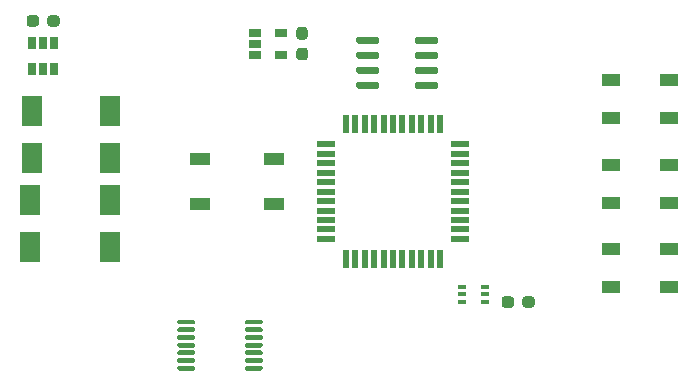
<source format=gbr>
%TF.GenerationSoftware,KiCad,Pcbnew,(5.1.6)-1*%
%TF.CreationDate,2020-09-26T21:02:15-04:00*%
%TF.ProjectId,CellLight,43656c6c-4c69-4676-9874-2e6b69636164,rev?*%
%TF.SameCoordinates,Original*%
%TF.FileFunction,Paste,Top*%
%TF.FilePolarity,Positive*%
%FSLAX46Y46*%
G04 Gerber Fmt 4.6, Leading zero omitted, Abs format (unit mm)*
G04 Created by KiCad (PCBNEW (5.1.6)-1) date 2020-09-26 21:02:15*
%MOMM*%
%LPD*%
G01*
G04 APERTURE LIST*
%ADD10R,0.650000X0.400000*%
%ADD11R,1.060000X0.650000*%
%ADD12R,0.650000X1.060000*%
%ADD13R,1.500000X0.550000*%
%ADD14R,0.550000X1.500000*%
%ADD15R,1.700000X1.000000*%
%ADD16R,1.500000X1.000000*%
%ADD17R,1.800000X2.500000*%
G04 APERTURE END LIST*
D10*
%TO.C,U6*%
X224200000Y-119750000D03*
X224200000Y-121050000D03*
X222300000Y-120400000D03*
X224200000Y-120400000D03*
X222300000Y-121050000D03*
X222300000Y-119750000D03*
%TD*%
D11*
%TO.C,U5*%
X206950000Y-98250000D03*
X206950000Y-100150000D03*
X204750000Y-100150000D03*
X204750000Y-99200000D03*
X204750000Y-98250000D03*
%TD*%
D12*
%TO.C,U4*%
X186800000Y-99100000D03*
X185850000Y-99100000D03*
X187750000Y-99100000D03*
X187750000Y-101300000D03*
X186800000Y-101300000D03*
X185850000Y-101300000D03*
%TD*%
%TO.C,U3*%
G36*
G01*
X218300000Y-99045000D02*
X218300000Y-98745000D01*
G75*
G02*
X218450000Y-98595000I150000J0D01*
G01*
X220100000Y-98595000D01*
G75*
G02*
X220250000Y-98745000I0J-150000D01*
G01*
X220250000Y-99045000D01*
G75*
G02*
X220100000Y-99195000I-150000J0D01*
G01*
X218450000Y-99195000D01*
G75*
G02*
X218300000Y-99045000I0J150000D01*
G01*
G37*
G36*
G01*
X218300000Y-100315000D02*
X218300000Y-100015000D01*
G75*
G02*
X218450000Y-99865000I150000J0D01*
G01*
X220100000Y-99865000D01*
G75*
G02*
X220250000Y-100015000I0J-150000D01*
G01*
X220250000Y-100315000D01*
G75*
G02*
X220100000Y-100465000I-150000J0D01*
G01*
X218450000Y-100465000D01*
G75*
G02*
X218300000Y-100315000I0J150000D01*
G01*
G37*
G36*
G01*
X218300000Y-101585000D02*
X218300000Y-101285000D01*
G75*
G02*
X218450000Y-101135000I150000J0D01*
G01*
X220100000Y-101135000D01*
G75*
G02*
X220250000Y-101285000I0J-150000D01*
G01*
X220250000Y-101585000D01*
G75*
G02*
X220100000Y-101735000I-150000J0D01*
G01*
X218450000Y-101735000D01*
G75*
G02*
X218300000Y-101585000I0J150000D01*
G01*
G37*
G36*
G01*
X218300000Y-102855000D02*
X218300000Y-102555000D01*
G75*
G02*
X218450000Y-102405000I150000J0D01*
G01*
X220100000Y-102405000D01*
G75*
G02*
X220250000Y-102555000I0J-150000D01*
G01*
X220250000Y-102855000D01*
G75*
G02*
X220100000Y-103005000I-150000J0D01*
G01*
X218450000Y-103005000D01*
G75*
G02*
X218300000Y-102855000I0J150000D01*
G01*
G37*
G36*
G01*
X213350000Y-102855000D02*
X213350000Y-102555000D01*
G75*
G02*
X213500000Y-102405000I150000J0D01*
G01*
X215150000Y-102405000D01*
G75*
G02*
X215300000Y-102555000I0J-150000D01*
G01*
X215300000Y-102855000D01*
G75*
G02*
X215150000Y-103005000I-150000J0D01*
G01*
X213500000Y-103005000D01*
G75*
G02*
X213350000Y-102855000I0J150000D01*
G01*
G37*
G36*
G01*
X213350000Y-101585000D02*
X213350000Y-101285000D01*
G75*
G02*
X213500000Y-101135000I150000J0D01*
G01*
X215150000Y-101135000D01*
G75*
G02*
X215300000Y-101285000I0J-150000D01*
G01*
X215300000Y-101585000D01*
G75*
G02*
X215150000Y-101735000I-150000J0D01*
G01*
X213500000Y-101735000D01*
G75*
G02*
X213350000Y-101585000I0J150000D01*
G01*
G37*
G36*
G01*
X213350000Y-100315000D02*
X213350000Y-100015000D01*
G75*
G02*
X213500000Y-99865000I150000J0D01*
G01*
X215150000Y-99865000D01*
G75*
G02*
X215300000Y-100015000I0J-150000D01*
G01*
X215300000Y-100315000D01*
G75*
G02*
X215150000Y-100465000I-150000J0D01*
G01*
X213500000Y-100465000D01*
G75*
G02*
X213350000Y-100315000I0J150000D01*
G01*
G37*
G36*
G01*
X213350000Y-99045000D02*
X213350000Y-98745000D01*
G75*
G02*
X213500000Y-98595000I150000J0D01*
G01*
X215150000Y-98595000D01*
G75*
G02*
X215300000Y-98745000I0J-150000D01*
G01*
X215300000Y-99045000D01*
G75*
G02*
X215150000Y-99195000I-150000J0D01*
G01*
X213500000Y-99195000D01*
G75*
G02*
X213350000Y-99045000I0J150000D01*
G01*
G37*
%TD*%
%TO.C,U2*%
G36*
G01*
X203925000Y-122850000D02*
X203925000Y-122650000D01*
G75*
G02*
X204025000Y-122550000I100000J0D01*
G01*
X205300000Y-122550000D01*
G75*
G02*
X205400000Y-122650000I0J-100000D01*
G01*
X205400000Y-122850000D01*
G75*
G02*
X205300000Y-122950000I-100000J0D01*
G01*
X204025000Y-122950000D01*
G75*
G02*
X203925000Y-122850000I0J100000D01*
G01*
G37*
G36*
G01*
X203925000Y-123500000D02*
X203925000Y-123300000D01*
G75*
G02*
X204025000Y-123200000I100000J0D01*
G01*
X205300000Y-123200000D01*
G75*
G02*
X205400000Y-123300000I0J-100000D01*
G01*
X205400000Y-123500000D01*
G75*
G02*
X205300000Y-123600000I-100000J0D01*
G01*
X204025000Y-123600000D01*
G75*
G02*
X203925000Y-123500000I0J100000D01*
G01*
G37*
G36*
G01*
X203925000Y-124150000D02*
X203925000Y-123950000D01*
G75*
G02*
X204025000Y-123850000I100000J0D01*
G01*
X205300000Y-123850000D01*
G75*
G02*
X205400000Y-123950000I0J-100000D01*
G01*
X205400000Y-124150000D01*
G75*
G02*
X205300000Y-124250000I-100000J0D01*
G01*
X204025000Y-124250000D01*
G75*
G02*
X203925000Y-124150000I0J100000D01*
G01*
G37*
G36*
G01*
X203925000Y-124800000D02*
X203925000Y-124600000D01*
G75*
G02*
X204025000Y-124500000I100000J0D01*
G01*
X205300000Y-124500000D01*
G75*
G02*
X205400000Y-124600000I0J-100000D01*
G01*
X205400000Y-124800000D01*
G75*
G02*
X205300000Y-124900000I-100000J0D01*
G01*
X204025000Y-124900000D01*
G75*
G02*
X203925000Y-124800000I0J100000D01*
G01*
G37*
G36*
G01*
X203925000Y-125450000D02*
X203925000Y-125250000D01*
G75*
G02*
X204025000Y-125150000I100000J0D01*
G01*
X205300000Y-125150000D01*
G75*
G02*
X205400000Y-125250000I0J-100000D01*
G01*
X205400000Y-125450000D01*
G75*
G02*
X205300000Y-125550000I-100000J0D01*
G01*
X204025000Y-125550000D01*
G75*
G02*
X203925000Y-125450000I0J100000D01*
G01*
G37*
G36*
G01*
X203925000Y-126100000D02*
X203925000Y-125900000D01*
G75*
G02*
X204025000Y-125800000I100000J0D01*
G01*
X205300000Y-125800000D01*
G75*
G02*
X205400000Y-125900000I0J-100000D01*
G01*
X205400000Y-126100000D01*
G75*
G02*
X205300000Y-126200000I-100000J0D01*
G01*
X204025000Y-126200000D01*
G75*
G02*
X203925000Y-126100000I0J100000D01*
G01*
G37*
G36*
G01*
X203925000Y-126750000D02*
X203925000Y-126550000D01*
G75*
G02*
X204025000Y-126450000I100000J0D01*
G01*
X205300000Y-126450000D01*
G75*
G02*
X205400000Y-126550000I0J-100000D01*
G01*
X205400000Y-126750000D01*
G75*
G02*
X205300000Y-126850000I-100000J0D01*
G01*
X204025000Y-126850000D01*
G75*
G02*
X203925000Y-126750000I0J100000D01*
G01*
G37*
G36*
G01*
X198200000Y-126750000D02*
X198200000Y-126550000D01*
G75*
G02*
X198300000Y-126450000I100000J0D01*
G01*
X199575000Y-126450000D01*
G75*
G02*
X199675000Y-126550000I0J-100000D01*
G01*
X199675000Y-126750000D01*
G75*
G02*
X199575000Y-126850000I-100000J0D01*
G01*
X198300000Y-126850000D01*
G75*
G02*
X198200000Y-126750000I0J100000D01*
G01*
G37*
G36*
G01*
X198200000Y-126100000D02*
X198200000Y-125900000D01*
G75*
G02*
X198300000Y-125800000I100000J0D01*
G01*
X199575000Y-125800000D01*
G75*
G02*
X199675000Y-125900000I0J-100000D01*
G01*
X199675000Y-126100000D01*
G75*
G02*
X199575000Y-126200000I-100000J0D01*
G01*
X198300000Y-126200000D01*
G75*
G02*
X198200000Y-126100000I0J100000D01*
G01*
G37*
G36*
G01*
X198200000Y-125450000D02*
X198200000Y-125250000D01*
G75*
G02*
X198300000Y-125150000I100000J0D01*
G01*
X199575000Y-125150000D01*
G75*
G02*
X199675000Y-125250000I0J-100000D01*
G01*
X199675000Y-125450000D01*
G75*
G02*
X199575000Y-125550000I-100000J0D01*
G01*
X198300000Y-125550000D01*
G75*
G02*
X198200000Y-125450000I0J100000D01*
G01*
G37*
G36*
G01*
X198200000Y-124800000D02*
X198200000Y-124600000D01*
G75*
G02*
X198300000Y-124500000I100000J0D01*
G01*
X199575000Y-124500000D01*
G75*
G02*
X199675000Y-124600000I0J-100000D01*
G01*
X199675000Y-124800000D01*
G75*
G02*
X199575000Y-124900000I-100000J0D01*
G01*
X198300000Y-124900000D01*
G75*
G02*
X198200000Y-124800000I0J100000D01*
G01*
G37*
G36*
G01*
X198200000Y-124150000D02*
X198200000Y-123950000D01*
G75*
G02*
X198300000Y-123850000I100000J0D01*
G01*
X199575000Y-123850000D01*
G75*
G02*
X199675000Y-123950000I0J-100000D01*
G01*
X199675000Y-124150000D01*
G75*
G02*
X199575000Y-124250000I-100000J0D01*
G01*
X198300000Y-124250000D01*
G75*
G02*
X198200000Y-124150000I0J100000D01*
G01*
G37*
G36*
G01*
X198200000Y-123500000D02*
X198200000Y-123300000D01*
G75*
G02*
X198300000Y-123200000I100000J0D01*
G01*
X199575000Y-123200000D01*
G75*
G02*
X199675000Y-123300000I0J-100000D01*
G01*
X199675000Y-123500000D01*
G75*
G02*
X199575000Y-123600000I-100000J0D01*
G01*
X198300000Y-123600000D01*
G75*
G02*
X198200000Y-123500000I0J100000D01*
G01*
G37*
G36*
G01*
X198200000Y-122850000D02*
X198200000Y-122650000D01*
G75*
G02*
X198300000Y-122550000I100000J0D01*
G01*
X199575000Y-122550000D01*
G75*
G02*
X199675000Y-122650000I0J-100000D01*
G01*
X199675000Y-122850000D01*
G75*
G02*
X199575000Y-122950000I-100000J0D01*
G01*
X198300000Y-122950000D01*
G75*
G02*
X198200000Y-122850000I0J100000D01*
G01*
G37*
%TD*%
D13*
%TO.C,U1*%
X222150000Y-107700000D03*
X222150000Y-108500000D03*
X222150000Y-109300000D03*
X222150000Y-110100000D03*
X222150000Y-110900000D03*
X222150000Y-111700000D03*
X222150000Y-112500000D03*
X222150000Y-113300000D03*
X222150000Y-114100000D03*
X222150000Y-114900000D03*
X222150000Y-115700000D03*
D14*
X220450000Y-117400000D03*
X219650000Y-117400000D03*
X218850000Y-117400000D03*
X218050000Y-117400000D03*
X217250000Y-117400000D03*
X216450000Y-117400000D03*
X215650000Y-117400000D03*
X214850000Y-117400000D03*
X214050000Y-117400000D03*
X213250000Y-117400000D03*
X212450000Y-117400000D03*
D13*
X210750000Y-115700000D03*
X210750000Y-114900000D03*
X210750000Y-114100000D03*
X210750000Y-113300000D03*
X210750000Y-112500000D03*
X210750000Y-111700000D03*
X210750000Y-110900000D03*
X210750000Y-110100000D03*
X210750000Y-109300000D03*
X210750000Y-108500000D03*
X210750000Y-107700000D03*
D14*
X212450000Y-106000000D03*
X213250000Y-106000000D03*
X214050000Y-106000000D03*
X214850000Y-106000000D03*
X215650000Y-106000000D03*
X216450000Y-106000000D03*
X217250000Y-106000000D03*
X218050000Y-106000000D03*
X218850000Y-106000000D03*
X219650000Y-106000000D03*
X220450000Y-106000000D03*
%TD*%
D15*
%TO.C,SW1*%
X206375000Y-112750000D03*
X200075000Y-112750000D03*
X206375000Y-108950000D03*
X200075000Y-108950000D03*
%TD*%
%TO.C,R7*%
G36*
G01*
X226700000Y-120812500D02*
X226700000Y-121287500D01*
G75*
G02*
X226462500Y-121525000I-237500J0D01*
G01*
X225887500Y-121525000D01*
G75*
G02*
X225650000Y-121287500I0J237500D01*
G01*
X225650000Y-120812500D01*
G75*
G02*
X225887500Y-120575000I237500J0D01*
G01*
X226462500Y-120575000D01*
G75*
G02*
X226700000Y-120812500I0J-237500D01*
G01*
G37*
G36*
G01*
X228450000Y-120812500D02*
X228450000Y-121287500D01*
G75*
G02*
X228212500Y-121525000I-237500J0D01*
G01*
X227637500Y-121525000D01*
G75*
G02*
X227400000Y-121287500I0J237500D01*
G01*
X227400000Y-120812500D01*
G75*
G02*
X227637500Y-120575000I237500J0D01*
G01*
X228212500Y-120575000D01*
G75*
G02*
X228450000Y-120812500I0J-237500D01*
G01*
G37*
%TD*%
%TO.C,R6*%
G36*
G01*
X186475000Y-97012500D02*
X186475000Y-97487500D01*
G75*
G02*
X186237500Y-97725000I-237500J0D01*
G01*
X185662500Y-97725000D01*
G75*
G02*
X185425000Y-97487500I0J237500D01*
G01*
X185425000Y-97012500D01*
G75*
G02*
X185662500Y-96775000I237500J0D01*
G01*
X186237500Y-96775000D01*
G75*
G02*
X186475000Y-97012500I0J-237500D01*
G01*
G37*
G36*
G01*
X188225000Y-97012500D02*
X188225000Y-97487500D01*
G75*
G02*
X187987500Y-97725000I-237500J0D01*
G01*
X187412500Y-97725000D01*
G75*
G02*
X187175000Y-97487500I0J237500D01*
G01*
X187175000Y-97012500D01*
G75*
G02*
X187412500Y-96775000I237500J0D01*
G01*
X187987500Y-96775000D01*
G75*
G02*
X188225000Y-97012500I0J-237500D01*
G01*
G37*
%TD*%
D16*
%TO.C,D7*%
X234900000Y-116600000D03*
X234900000Y-119800000D03*
X239800000Y-116600000D03*
X239800000Y-119800000D03*
%TD*%
%TO.C,D6*%
X239800000Y-112625000D03*
X239800000Y-109425000D03*
X234900000Y-112625000D03*
X234900000Y-109425000D03*
%TD*%
%TO.C,D5*%
X234900000Y-102250000D03*
X234900000Y-105450000D03*
X239800000Y-102250000D03*
X239800000Y-105450000D03*
%TD*%
D17*
%TO.C,D4*%
X192500000Y-108850000D03*
X192500000Y-104850000D03*
%TD*%
%TO.C,D3*%
X185850000Y-104850000D03*
X185850000Y-108850000D03*
%TD*%
%TO.C,D2*%
X192500000Y-116400000D03*
X192500000Y-112400000D03*
%TD*%
%TO.C,D1*%
X185700000Y-116400000D03*
X185700000Y-112400000D03*
%TD*%
%TO.C,C11*%
G36*
G01*
X208512500Y-99525000D02*
X208987500Y-99525000D01*
G75*
G02*
X209225000Y-99762500I0J-237500D01*
G01*
X209225000Y-100337500D01*
G75*
G02*
X208987500Y-100575000I-237500J0D01*
G01*
X208512500Y-100575000D01*
G75*
G02*
X208275000Y-100337500I0J237500D01*
G01*
X208275000Y-99762500D01*
G75*
G02*
X208512500Y-99525000I237500J0D01*
G01*
G37*
G36*
G01*
X208512500Y-97775000D02*
X208987500Y-97775000D01*
G75*
G02*
X209225000Y-98012500I0J-237500D01*
G01*
X209225000Y-98587500D01*
G75*
G02*
X208987500Y-98825000I-237500J0D01*
G01*
X208512500Y-98825000D01*
G75*
G02*
X208275000Y-98587500I0J237500D01*
G01*
X208275000Y-98012500D01*
G75*
G02*
X208512500Y-97775000I237500J0D01*
G01*
G37*
%TD*%
M02*

</source>
